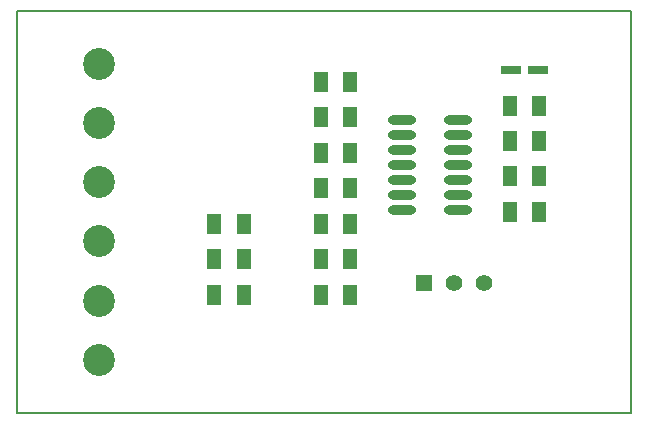
<source format=gts>
%FSLAX25Y25*%
%MOIN*%
G70*
G01*
G75*
G04 Layer_Color=8388736*
%ADD10O,0.08661X0.02362*%
%ADD11R,0.03937X0.05709*%
%ADD12R,0.05709X0.02165*%
%ADD13C,0.01000*%
%ADD14C,0.00787*%
%ADD15R,0.04724X0.04724*%
%ADD16C,0.04724*%
%ADD17C,0.09843*%
%ADD18C,0.02756*%
%ADD19C,0.00984*%
%ADD20C,0.00394*%
%ADD21O,0.09461X0.03162*%
%ADD22R,0.04737X0.06509*%
%ADD23R,0.06509X0.02965*%
%ADD24R,0.05524X0.05524*%
%ADD25C,0.05524*%
%ADD26C,0.10642*%
D14*
X51181Y51181D02*
Y185039D01*
Y51181D02*
X255906D01*
Y185039D01*
X51181D02*
X255906D01*
D21*
X198425Y118858D02*
D03*
Y123858D02*
D03*
Y128858D02*
D03*
Y133858D02*
D03*
Y138858D02*
D03*
Y143858D02*
D03*
Y148858D02*
D03*
X179528Y118858D02*
D03*
Y123858D02*
D03*
Y128858D02*
D03*
Y133858D02*
D03*
Y138858D02*
D03*
Y143858D02*
D03*
Y148858D02*
D03*
D22*
X126969Y102362D02*
D03*
X117126D02*
D03*
X162402Y161417D02*
D03*
X152559D02*
D03*
Y90551D02*
D03*
X162402D02*
D03*
X152559Y114173D02*
D03*
X162402D02*
D03*
Y102362D02*
D03*
X152559D02*
D03*
X126969Y114173D02*
D03*
X117126D02*
D03*
X162402Y125984D02*
D03*
X152559D02*
D03*
X117126Y90551D02*
D03*
X126969D02*
D03*
X152559Y137795D02*
D03*
X162402D02*
D03*
Y149606D02*
D03*
X152559D02*
D03*
X225394Y129921D02*
D03*
X215551D02*
D03*
Y118110D02*
D03*
X225394D02*
D03*
X215551Y153543D02*
D03*
X225394D02*
D03*
X215551Y141732D02*
D03*
X225394D02*
D03*
D23*
X215846Y165354D02*
D03*
X225098D02*
D03*
D24*
X186850Y94488D02*
D03*
D25*
X196850D02*
D03*
X206850D02*
D03*
D26*
X78740Y167323D02*
D03*
Y147638D02*
D03*
Y127953D02*
D03*
Y108268D02*
D03*
Y88583D02*
D03*
Y68898D02*
D03*
M02*

</source>
